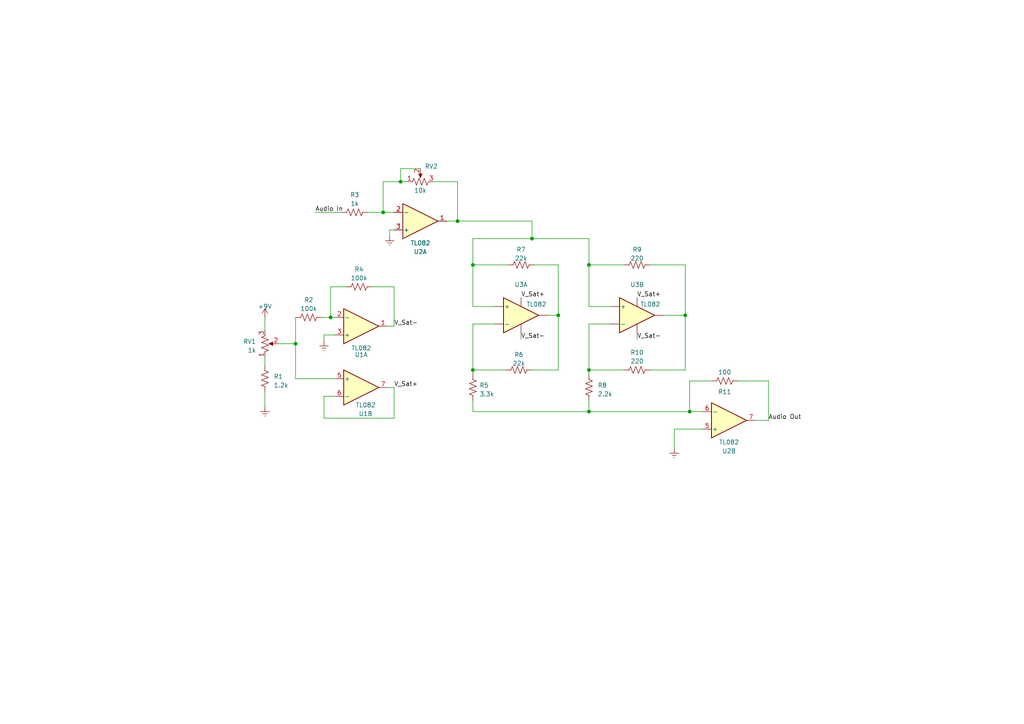
<source format=kicad_sch>
(kicad_sch (version 20230121) (generator eeschema)
  (paper "A4")
  (lib_symbols
    (symbol "Amplifier_Operational:TL082" (pin_numbers hide) (pin_names (offset 0.127))
      (property "Value" "TL082" (at 0 6.35 0))
      (symbol "TL082_1_1"
        (polyline (pts (xy -5.08 5.08) (xy 5.08 0) (xy -5.08 -5.08) (xy -5.08 5.08)) (stroke (width 0.254)) (fill (type background)))
        (pin output line (at 7.62 0 180) (length 2.54) (name "~") (number "1"))
        (pin input line (at -7.62 -2.54 0) (length 2.54) (name "-") (number "2"))
        (pin input line (at -7.62 2.54 0) (length 2.54) (name "+") (number "3"))
      )
      (symbol "TL082_2_1"
        (polyline (pts (xy -5.08 5.08) (xy 5.08 0) (xy -5.08 -5.08) (xy -5.08 5.08)) (stroke (width 0.254)) (fill (type background)))
        (pin power_in line (at 0 -5.08 90) (length 2.54) (name "") (number ""))
        (pin power_in line (at 0 5.08 270) (length 2.54) (name "") (number ""))
        (pin input line (at -7.62 2.54 0) (length 2.54) (name "+") (number "5"))
        (pin input line (at -7.62 -2.54 0) (length 2.54) (name "-") (number "6"))
        (pin output line (at 7.62 0 180) (length 2.54) (name "~") (number "7"))
      )
      (symbol "TL082_3_1"
        (pin power_in line (at -2.54 -7.62 90) (length 3.81) (name "V-") (number "4"))
        (pin power_in line (at -2.54 7.62 270) (length 3.81) (name "V+") (number "8"))
      )
    )
    (symbol "Device:R_Potentiometer_US" (pin_names (offset 1.016) hide)
      (property "Reference" "RV" (at -4.445 0 90))
      (property "Value" "R_Potentiometer_US" (at -2.54 0 90))
      (symbol "R_Potentiometer_US_0_1"
        (polyline (pts (xy 0 -2.286) (xy 0 -2.54)))
        (polyline (pts (xy 0 2.54) (xy 0 2.286)))
        (polyline (pts (xy 2.54 0) (xy 1.524 0)))
        (polyline (pts (xy 1.143 0) (xy 2.286 0.508) (xy 2.286 -0.508) (xy 1.143 0)) (fill (type outline)))
        (polyline (pts (xy 0 -0.762) (xy 1.016 -1.143) (xy 0 -1.524) (xy -1.016 -1.905) (xy 0 -2.286)))
        (polyline (pts (xy 0 0.762) (xy 1.016 0.381) (xy 0 0) (xy -1.016 -0.381) (xy 0 -0.762)))
        (polyline (pts (xy 0 2.286) (xy 1.016 1.905) (xy 0 1.524) (xy -1.016 1.143) (xy 0 0.762)))
      )
      (symbol "R_Potentiometer_US_1_1"
        (pin passive line (at 0 3.81 270) (length 1.27) (name "1") (number "1"))
        (pin passive line (at 3.81 0 180) (length 1.27) (name "2") (number "2"))
        (pin passive line (at 0 -3.81 90) (length 1.27) (name "3") (number "3"))
      )
    )
    (symbol "Device:R_US" (pin_numbers hide) (pin_names (offset 0))
      (property "Reference" "R" (at 2.54 0 90))
      (property "Value" "R_US" (at -2.54 0 90))
      (symbol "R_US_0_1"
        (polyline (pts (xy 0 -2.286) (xy 0 -2.54)))
        (polyline (pts (xy 0 2.286) (xy 0 2.54)))
        (polyline (pts (xy 0 -0.762) (xy 1.016 -1.143) (xy 0 -1.524) (xy -1.016 -1.905) (xy 0 -2.286)))
        (polyline (pts (xy 0 0.762) (xy 1.016 0.381) (xy 0 0) (xy -1.016 -0.381) (xy 0 -0.762)))
        (polyline (pts (xy 0 2.286) (xy 1.016 1.905) (xy 0 1.524) (xy -1.016 1.143) (xy 0 0.762)))
      )
      (symbol "R_US_1_1"
        (pin passive line (at 0 3.81 270) (length 1.27) (name "~") (number "1"))
        (pin passive line (at 0 -3.81 90) (length 1.27) (name "~") (number "2"))
      )
    )
    (symbol "TL082_1" (pin_numbers hide) (pin_names (offset 0.127))
      (property "Value" "TL082" (at 0 6.35 0))
      (symbol "TL082_1_1_1"
        (polyline (pts (xy -5.08 5.08) (xy 5.08 0) (xy -5.08 -5.08) (xy -5.08 5.08)) (stroke (width 0.254)) (fill (type background)))
        (pin power_in line (at 0 -5.08 90) (length 2.54) (name "") (number ""))
        (pin power_in line (at 0 5.08 270) (length 2.54) (name "") (number ""))
        (pin output line (at 7.62 0 180) (length 2.54) (name "~") (number "1"))
        (pin input line (at -7.62 -2.54 0) (length 2.54) (name "-") (number "2"))
        (pin input line (at -7.62 2.54 0) (length 2.54) (name "+") (number "3"))
      )
      (symbol "TL082_1_2_1"
        (polyline (pts (xy -5.08 5.08) (xy 5.08 0) (xy -5.08 -5.08) (xy -5.08 5.08)) (stroke (width 0.254)) (fill (type background)))
        (pin input line (at -7.62 2.54 0) (length 2.54) (name "+") (number "5"))
        (pin input line (at -7.62 -2.54 0) (length 2.54) (name "-") (number "6"))
        (pin output line (at 7.62 0 180) (length 2.54) (name "~") (number "7"))
      )
      (symbol "TL082_1_3_1"
        (pin power_in line (at -2.54 -7.62 90) (length 3.81) (name "V-") (number "4"))
        (pin power_in line (at -2.54 7.62 270) (length 3.81) (name "V+") (number "8"))
      )
    )
    (symbol "TL082_3" (pin_names (offset 0.127))
      (property "Reference" "U" (at 0 5.08 0))
      (property "Value" "TL082" (at 0 -5.08 0))
      (symbol "TL082_3_1_1"
        (polyline (pts (xy -5.08 5.08) (xy 5.08 0) (xy -5.08 -5.08) (xy -5.08 5.08)) (stroke (width 0.254)) (fill (type background)))
        (pin output line (at 7.62 0 180) (length 2.54) (name "~") (number "1"))
        (pin input line (at -7.62 -2.54 0) (length 2.54) (name "-") (number "2"))
        (pin input line (at -7.62 2.54 0) (length 2.54) (name "+") (number "3"))
      )
      (symbol "TL082_3_2_1"
        (polyline (pts (xy -5.08 5.08) (xy 5.08 0) (xy -5.08 -5.08) (xy -5.08 5.08)) (stroke (width 0.254)) (fill (type background)))
        (pin input line (at -7.62 2.54 0) (length 2.54) (name "+") (number "5"))
        (pin input line (at -7.62 -2.54 0) (length 2.54) (name "-") (number "6"))
        (pin output line (at 7.62 0 180) (length 2.54) (name "~") (number "7"))
      )
      (symbol "TL082_3_3_1"
        (pin power_in line (at -2.54 -7.62 90) (length 3.81) (name "V-") (number "4"))
        (pin power_in line (at -2.54 7.62 270) (length 3.81) (name "V+") (number "8"))
      )
    )
    (symbol "power:+9V" (power) (pin_names (offset 0))
      (property "Value" "+9V" (at 0 3.556 0))
      (symbol "+9V_0_1"
        (polyline (pts (xy -0.762 1.27) (xy 0 2.54)))
        (polyline (pts (xy 0 0) (xy 0 2.54)))
        (polyline (pts (xy 0 2.54) (xy 0.762 1.27)))
      )
      (symbol "+9V_1_1"
        (pin power_in line (at 0 0 90) (length 0) hide (name "+9V") (number "1"))
      )
    )
    (symbol "power:Earth" (power) (pin_names (offset 0))
      (symbol "Earth_0_1"
        (polyline (pts (xy -0.635 -1.905) (xy 0.635 -1.905)))
        (polyline (pts (xy -0.127 -2.54) (xy 0.127 -2.54)))
        (polyline (pts (xy 0 -1.27) (xy 0 0)))
        (polyline (pts (xy 1.27 -1.27) (xy -1.27 -1.27)))
      )
      (symbol "Earth_1_1"
        (pin power_in line (at 0 0 270) (length 0) hide (name "Earth") (number "1"))
      )
    )
  )
  (junction (at 85.725 99.695))
  (junction (at 154.305 69.215))
  (junction (at 111.125 61.595))
  (junction (at 116.205 52.705))
  (junction (at 132.715 64.135))
  (junction (at 95.885 92.075))
  (junction (at 170.815 76.835))
  (junction (at 137.16 107.315))
  (junction (at 200.025 119.38))
  (junction (at 170.815 107.315))
  (junction (at 161.925 91.44))
  (junction (at 137.16 76.835))
  (junction (at 198.755 91.44))
  (junction (at 170.815 119.38))
  (wire (pts (xy 170.815 119.38) (xy 200.025 119.38)))
  (wire (pts (xy 93.98 97.155) (xy 93.98 99.06)))
  (wire (pts (xy 161.925 76.835) (xy 161.925 91.44)))
  (wire (pts (xy 170.815 116.205) (xy 170.815 119.38)))
  (wire (pts (xy 114.3 112.395) (xy 112.395 112.395)))
  (wire (pts (xy 137.16 119.38) (xy 170.815 119.38)))
  (wire (pts (xy 93.98 121.285) (xy 114.3 121.285)))
  (wire (pts (xy 154.305 64.135) (xy 154.305 69.215)))
  (wire (pts (xy 137.16 93.98) (xy 137.16 107.315)))
  (wire (pts (xy 116.205 52.705) (xy 111.125 52.705)))
  (wire (pts (xy 107.95 83.185) (xy 114.3 83.185)))
  (wire (pts (xy 76.835 92.075) (xy 76.835 95.885)))
  (wire (pts (xy 121.92 48.895) (xy 116.205 48.895)))
  (wire (pts (xy 113.03 66.675) (xy 113.03 68.58)))
  (wire (pts (xy 147.32 76.835) (xy 137.16 76.835)))
  (wire (pts (xy 198.755 76.835) (xy 198.755 91.44)))
  (wire (pts (xy 200.025 119.38) (xy 200.025 110.49)))
  (wire (pts (xy 158.75 91.44) (xy 161.925 91.44)))
  (wire (pts (xy 111.125 61.595) (xy 114.3 61.595)))
  (wire (pts (xy 170.815 108.585) (xy 170.815 107.315)))
  (wire (pts (xy 125.73 52.705) (xy 132.715 52.705)))
  (wire (pts (xy 93.98 97.155) (xy 97.155 97.155)))
  (wire (pts (xy 222.885 110.49) (xy 222.885 121.92)))
  (wire (pts (xy 132.715 52.705) (xy 132.715 64.135)))
  (wire (pts (xy 76.835 113.665) (xy 76.835 118.11)))
  (wire (pts (xy 151.13 98.425) (xy 151.13 96.52)))
  (wire (pts (xy 154.305 69.215) (xy 170.815 69.215)))
  (wire (pts (xy 170.815 93.98) (xy 177.165 93.98)))
  (wire (pts (xy 170.815 93.98) (xy 170.815 107.315)))
  (wire (pts (xy 213.995 110.49) (xy 222.885 110.49)))
  (wire (pts (xy 195.58 124.46) (xy 203.835 124.46)))
  (wire (pts (xy 137.16 76.835) (xy 137.16 88.9)))
  (wire (pts (xy 118.11 52.705) (xy 116.205 52.705)))
  (wire (pts (xy 132.715 64.135) (xy 154.305 64.135)))
  (wire (pts (xy 85.725 99.695) (xy 85.725 109.855)))
  (wire (pts (xy 137.16 69.215) (xy 154.305 69.215)))
  (wire (pts (xy 137.16 76.835) (xy 137.16 69.215)))
  (wire (pts (xy 95.885 83.185) (xy 95.885 92.075)))
  (wire (pts (xy 184.785 98.425) (xy 184.785 96.52)))
  (wire (pts (xy 80.645 99.695) (xy 85.725 99.695)))
  (wire (pts (xy 93.98 121.285) (xy 93.98 114.935)))
  (wire (pts (xy 180.975 76.835) (xy 170.815 76.835)))
  (wire (pts (xy 154.94 76.835) (xy 161.925 76.835)))
  (wire (pts (xy 222.885 121.92) (xy 219.075 121.92)))
  (wire (pts (xy 111.125 52.705) (xy 111.125 61.595)))
  (wire (pts (xy 203.835 119.38) (xy 200.025 119.38)))
  (wire (pts (xy 85.725 92.075) (xy 85.725 99.695)))
  (wire (pts (xy 198.755 91.44) (xy 198.755 107.315)))
  (wire (pts (xy 137.16 88.9) (xy 143.51 88.9)))
  (wire (pts (xy 137.16 108.585) (xy 137.16 107.315)))
  (wire (pts (xy 188.595 107.315) (xy 198.755 107.315)))
  (wire (pts (xy 137.16 93.98) (xy 143.51 93.98)))
  (wire (pts (xy 170.815 107.315) (xy 180.975 107.315)))
  (wire (pts (xy 200.025 110.49) (xy 206.375 110.49)))
  (wire (pts (xy 100.33 83.185) (xy 95.885 83.185)))
  (wire (pts (xy 170.815 69.215) (xy 170.815 76.835)))
  (wire (pts (xy 95.885 92.075) (xy 97.155 92.075)))
  (wire (pts (xy 76.835 103.505) (xy 76.835 106.045)))
  (wire (pts (xy 137.16 119.38) (xy 137.16 116.205)))
  (wire (pts (xy 137.16 107.315) (xy 146.685 107.315)))
  (wire (pts (xy 129.54 64.135) (xy 132.715 64.135)))
  (wire (pts (xy 93.345 92.075) (xy 95.885 92.075)))
  (wire (pts (xy 195.58 130.175) (xy 195.58 124.46)))
  (wire (pts (xy 170.815 88.9) (xy 177.165 88.9)))
  (wire (pts (xy 112.395 94.615) (xy 114.3 94.615)))
  (wire (pts (xy 192.405 91.44) (xy 198.755 91.44)))
  (wire (pts (xy 114.3 66.675) (xy 113.03 66.675)))
  (wire (pts (xy 91.44 61.595) (xy 99.06 61.595)))
  (wire (pts (xy 106.68 61.595) (xy 111.125 61.595)))
  (wire (pts (xy 114.3 94.615) (xy 114.3 83.185)))
  (wire (pts (xy 93.98 114.935) (xy 97.155 114.935)))
  (wire (pts (xy 170.815 76.835) (xy 170.815 88.9)))
  (wire (pts (xy 154.305 107.315) (xy 161.925 107.315)))
  (wire (pts (xy 97.155 109.855) (xy 85.725 109.855)))
  (wire (pts (xy 188.595 76.835) (xy 198.755 76.835)))
  (wire (pts (xy 161.925 91.44) (xy 161.925 107.315)))
  (wire (pts (xy 116.205 48.895) (xy 116.205 52.705)))
  (wire (pts (xy 114.3 121.285) (xy 114.3 112.395)))
  (label "V_Sat-" (at 184.785 98.425 0))
  (label "V_Sat+" (at 184.785 86.36 0))
  (label "V_Sat-" (at 151.13 98.425 0))
  (label "Audio In" (at 91.44 61.595 0))
  (label "V_Sat+" (at 114.3 112.395 0))
  (label "V_Sat-" (at 114.3 94.615 0))
  (label "Audio Out" (at 222.885 121.92 0))
  (label "V_Sat+" (at 151.13 86.36 0))
  (symbol (lib_name "TL082_3") (lib_id "Amplifier_Operational:TL082") (at 104.775 112.395 0) (unit 2)
    (property "Reference" "U1" (at 106.045 120.015 0))
    (property "Value" "TL082" (at 106.045 117.475 0))
    (property "Datasheet" "http://www.ti.com/lit/ds/symlink/tl081.pdf" (effects hide))
  )
  (symbol (lib_id "Amplifier_Operational:TL082") (at 184.785 91.44 0) (unit 2)
    (property "Reference" "U3" (at 184.785 82.55 0))
    (property "Value" "TL082" (at 188.595 88.265 0))
    (property "Datasheet" "http://www.ti.com/lit/ds/symlink/tl081.pdf" (effects hide))
  )
  (symbol (lib_name "TL082_1") (lib_id "Amplifier_Operational:TL082") (at 151.13 91.44 0) (unit 1)
    (property "Reference" "U3" (at 151.13 82.55 0))
    (property "Value" "TL082" (at 155.575 88.265 0))
    (property "Datasheet" "http://www.ti.com/lit/ds/symlink/tl081.pdf" (effects hide))
  )
  (symbol (lib_id "Device:R_US") (at 170.815 112.395 180) (unit 1)
    (property "Reference" "R8" (at 173.355 111.76 0) (effects (justify right)))
    (property "Value" "2.2k" (at 173.355 114.3 0) (effects (justify right)))
  )
  (symbol (lib_id "Device:R_US") (at 76.835 109.855 0) (unit 1)
    (property "Reference" "R1" (at 79.375 109.22 0) (effects (justify left)))
    (property "Value" "1.2k" (at 79.375 111.76 0) (effects (justify left)))
  )
  (symbol (lib_id "Device:R_US") (at 184.785 76.835 270) (unit 1)
    (property "Reference" "R9" (at 184.785 72.39 90))
    (property "Value" "220" (at 184.785 74.93 90))
  )
  (symbol (lib_name "TL082_3") (lib_id "Amplifier_Operational:TL082") (at 211.455 121.92 0) (mirror x) (unit 2)
    (property "Reference" "U2" (at 211.455 130.81 0))
    (property "Value" "TL082" (at 211.455 128.27 0))
    (property "Datasheet" "http://www.ti.com/lit/ds/symlink/tl081.pdf" (effects hide))
  )
  (symbol (lib_id "Device:R_US") (at 184.785 107.315 270) (unit 1)
    (property "Reference" "R10" (at 184.785 102.235 90))
    (property "Value" "220" (at 184.785 104.775 90))
  )
  (symbol (lib_id "power:Earth") (at 195.58 130.175 0) (unit 1)
    (property "Reference" "#PWR05" (effects hide))
    (property "Value" "Earth" (effects hide))
  )
  (symbol (lib_id "power:+9V") (at 76.835 92.075 0) (unit 1)
    (property "Reference" "#PWR01" (effects hide))
    (property "Value" "+9V" (at 76.835 88.9 0))
  )
  (symbol (lib_id "Device:R_US") (at 89.535 92.075 270) (unit 1)
    (property "Reference" "R2" (at 89.535 86.995 90))
    (property "Value" "100k" (at 89.535 89.535 90))
  )
  (symbol (lib_id "power:Earth") (at 76.835 118.11 0) (unit 1)
    (property "Reference" "#PWR02" (effects hide))
    (property "Value" "Earth" (effects hide))
  )
  (symbol (lib_id "Device:R_US") (at 150.495 107.315 90) (unit 1)
    (property "Reference" "R6" (at 150.495 102.87 90))
    (property "Value" "22k" (at 150.495 105.41 90))
  )
  (symbol (lib_id "Device:R_US") (at 151.13 76.835 90) (unit 1)
    (property "Reference" "R7" (at 151.13 72.39 90))
    (property "Value" "22k" (at 151.13 74.93 90))
  )
  (symbol (lib_id "Device:R_US") (at 137.16 112.395 0) (unit 1)
    (property "Reference" "R5" (at 139.065 111.76 0) (effects (justify left)))
    (property "Value" "3.3k" (at 139.065 114.3 0) (effects (justify left)))
  )
  (symbol (lib_name "TL082_3") (lib_id "Amplifier_Operational:TL082") (at 121.92 64.135 0) (mirror x) (unit 1)
    (property "Reference" "U2" (at 121.92 73.025 0))
    (property "Value" "TL082" (at 121.92 70.485 0))
    (property "Datasheet" "http://www.ti.com/lit/ds/symlink/tl081.pdf" (effects hide))
  )
  (symbol (lib_id "Device:R_Potentiometer_US") (at 121.92 52.705 90) (unit 1)
    (property "Reference" "RV2" (at 125.095 48.26 90))
    (property "Value" "10k" (at 121.92 55.245 90))
  )
  (symbol (lib_id "Device:R_Potentiometer_US") (at 76.835 99.695 0) (mirror x) (unit 1)
    (property "Reference" "RV1" (at 74.295 99.06 0) (effects (justify right)))
    (property "Value" "1k" (at 74.295 101.6 0) (effects (justify right)))
  )
  (symbol (lib_id "Device:R_US") (at 104.14 83.185 270) (unit 1)
    (property "Reference" "R4" (at 104.14 78.105 90))
    (property "Value" "100k" (at 104.14 80.645 90))
  )
  (symbol (lib_id "power:Earth") (at 93.98 99.06 0) (unit 1)
    (property "Reference" "#PWR03" (effects hide))
    (property "Value" "Earth" (effects hide))
  )
  (symbol (lib_id "power:Earth") (at 113.03 68.58 0) (unit 1)
    (property "Reference" "#PWR04" (effects hide))
    (property "Value" "Earth" (effects hide))
  )
  (symbol (lib_name "TL082_3") (lib_id "Amplifier_Operational:TL082") (at 104.775 94.615 0) (mirror x) (unit 1)
    (property "Reference" "U1" (at 104.775 102.87 0))
    (property "Value" "TL082" (at 104.775 100.965 0))
    (property "Datasheet" "http://www.ti.com/lit/ds/symlink/tl081.pdf" (effects hide))
  )
  (symbol (lib_id "Device:R_US") (at 102.87 61.595 270) (unit 1)
    (property "Reference" "R3" (at 102.87 56.515 90))
    (property "Value" "1k" (at 102.87 59.055 90))
  )
  (symbol (lib_id "Device:R_US") (at 210.185 110.49 90) (unit 1)
    (property "Reference" "R11" (at 210.185 113.665 90))
    (property "Value" "100" (at 210.185 107.95 90))
  )
)
</source>
